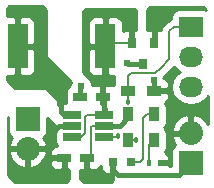
<source format=gtl>
G04 #@! TF.FileFunction,Copper,L1,Top,Signal*
%FSLAX46Y46*%
G04 Gerber Fmt 4.6, Leading zero omitted, Abs format (unit mm)*
G04 Created by KiCad (PCBNEW 4.0.4-stable) date 10/01/16 14:24:08*
%MOMM*%
%LPD*%
G01*
G04 APERTURE LIST*
%ADD10C,0.100000*%
%ADD11R,2.032000X2.032000*%
%ADD12O,2.032000X2.032000*%
%ADD13R,1.200000X0.750000*%
%ADD14R,0.797560X0.797560*%
%ADD15R,0.400000X0.600000*%
%ADD16R,1.700000X3.800000*%
%ADD17R,2.032000X1.727200*%
%ADD18O,2.032000X1.727200*%
%ADD19R,0.802000X0.972000*%
%ADD20R,0.900000X1.200000*%
%ADD21R,1.200000X0.900000*%
%ADD22R,1.560000X0.650000*%
%ADD23C,0.609000*%
%ADD24C,0.457000*%
%ADD25C,0.381000*%
%ADD26C,0.203000*%
%ADD27C,0.254000*%
G04 APERTURE END LIST*
D10*
D11*
X168650000Y-119550000D03*
D12*
X168650000Y-122090000D03*
D13*
X175000000Y-117650000D03*
X173100000Y-117650000D03*
X173650000Y-122850000D03*
X171750000Y-122850000D03*
D14*
X175850700Y-123200000D03*
X177349300Y-123200000D03*
D15*
X178900000Y-123250000D03*
X179800000Y-123250000D03*
D16*
X167800000Y-113400000D03*
X175200000Y-113400000D03*
D17*
X182450000Y-111750000D03*
D18*
X182450000Y-114290000D03*
X182450000Y-116830000D03*
D11*
X182450000Y-123300000D03*
D12*
X182450000Y-120760000D03*
D19*
X179350000Y-113100000D03*
X177450000Y-113100000D03*
X178400000Y-114870000D03*
D20*
X177150000Y-119100000D03*
X177150000Y-121300000D03*
D21*
X177150000Y-117150000D03*
X179350000Y-117150000D03*
D20*
X179324000Y-119169000D03*
X179324000Y-121369000D03*
D22*
X172400000Y-119200000D03*
X172400000Y-120150000D03*
X172400000Y-121100000D03*
X175100000Y-121100000D03*
X175100000Y-119200000D03*
X175100000Y-120150000D03*
D23*
X177038000Y-114808000D03*
X173175000Y-116750000D03*
X179375000Y-111650000D03*
X179350000Y-116250000D03*
D24*
X177150000Y-118095000D03*
X176276000Y-121031000D03*
X177825000Y-121300000D03*
D25*
X178400000Y-114870000D02*
X177100000Y-114870000D01*
X177100000Y-114870000D02*
X177038000Y-114808000D01*
X173100000Y-117650000D02*
X173100000Y-116825000D01*
X173100000Y-116825000D02*
X173175000Y-116750000D01*
X179350000Y-116250000D02*
X179350000Y-117150000D01*
X172400000Y-120150000D02*
X171300000Y-120150000D01*
X171300000Y-120150000D02*
X170625000Y-120825000D01*
X175100000Y-119200000D02*
X175100000Y-117750000D01*
X175100000Y-117750000D02*
X175000000Y-117650000D01*
D26*
X177450000Y-113100000D02*
X175500000Y-113100000D01*
X175500000Y-113100000D02*
X175200000Y-113400000D01*
X175000000Y-117650000D02*
X175000000Y-113600000D01*
X175000000Y-113600000D02*
X175200000Y-113400000D01*
X175100000Y-117750000D02*
X175000000Y-117650000D01*
X175100000Y-119200000D02*
X173662000Y-119200000D01*
X173482000Y-120777000D02*
X173159000Y-121100000D01*
X173482000Y-119380000D02*
X173482000Y-120777000D01*
X173662000Y-119200000D02*
X173482000Y-119380000D01*
X173159000Y-121100000D02*
X172400000Y-121100000D01*
D25*
X175100000Y-120150000D02*
X176425000Y-120150000D01*
X176425000Y-120150000D02*
X177150000Y-119425000D01*
X177150000Y-119425000D02*
X177150000Y-119100000D01*
X175850700Y-123200000D02*
X175850700Y-123907700D01*
X181417000Y-124333000D02*
X182450000Y-123300000D01*
X176276000Y-124333000D02*
X181417000Y-124333000D01*
X175850700Y-123907700D02*
X176276000Y-124333000D01*
D26*
X175100000Y-120150000D02*
X174109000Y-120150000D01*
X173990000Y-120269000D02*
X173990000Y-122510000D01*
X174109000Y-120150000D02*
X173990000Y-120269000D01*
X173990000Y-122510000D02*
X173650000Y-122850000D01*
X177349300Y-123200000D02*
X178171000Y-123200000D01*
X178773000Y-119169000D02*
X179324000Y-119169000D01*
X178435000Y-119507000D02*
X178773000Y-119169000D01*
X178435000Y-122936000D02*
X178435000Y-119507000D01*
X178171000Y-123200000D02*
X178435000Y-122936000D01*
X178900000Y-123250000D02*
X178900000Y-121793000D01*
X178900000Y-121793000D02*
X179324000Y-121369000D01*
D25*
X172400000Y-119200000D02*
X171700000Y-119200000D01*
X171700000Y-119200000D02*
X171475000Y-118975000D01*
X171475000Y-118975000D02*
X171475000Y-118050000D01*
D26*
X179900000Y-115225000D02*
X180625000Y-114500000D01*
X177150000Y-115950000D02*
X177425000Y-115675000D01*
X177425000Y-115675000D02*
X179450000Y-115675000D01*
X179450000Y-115675000D02*
X179900000Y-115225000D01*
X177150000Y-117150000D02*
X177150000Y-115950000D01*
X181000000Y-111750000D02*
X182450000Y-111750000D01*
X180625000Y-112125000D02*
X181000000Y-111750000D01*
X180625000Y-114500000D02*
X180625000Y-112125000D01*
X177150000Y-117150000D02*
X177150000Y-118095000D01*
X177150000Y-118095000D02*
X177165000Y-118110000D01*
X176276000Y-121031000D02*
X176207000Y-121100000D01*
X176207000Y-121100000D02*
X175100000Y-121100000D01*
X182440000Y-111760000D02*
X182450000Y-111750000D01*
X177825000Y-121300000D02*
X177150000Y-121300000D01*
D27*
G36*
X173777000Y-122723000D02*
X173797000Y-122723000D01*
X173797000Y-122977000D01*
X173777000Y-122977000D01*
X173777000Y-123701250D01*
X173935750Y-123860000D01*
X174376309Y-123860000D01*
X174609698Y-123763327D01*
X174788327Y-123584699D01*
X174816920Y-123515669D01*
X174816920Y-123725090D01*
X174913593Y-123958479D01*
X175092222Y-124137107D01*
X175325611Y-124233780D01*
X175564950Y-124233780D01*
X175723700Y-124075030D01*
X175723700Y-123327000D01*
X175703700Y-123327000D01*
X175703700Y-123073000D01*
X175723700Y-123073000D01*
X175723700Y-123053000D01*
X175873000Y-123053000D01*
X175873000Y-124722394D01*
X175705394Y-124890000D01*
X173394606Y-124890000D01*
X173102000Y-124597394D01*
X173102000Y-123860000D01*
X173364250Y-123860000D01*
X173523000Y-123701250D01*
X173523000Y-122977000D01*
X173503000Y-122977000D01*
X173503000Y-122723000D01*
X173523000Y-122723000D01*
X173523000Y-122703000D01*
X173777000Y-122703000D01*
X173777000Y-122723000D01*
X173777000Y-122723000D01*
G37*
X173777000Y-122723000D02*
X173797000Y-122723000D01*
X173797000Y-122977000D01*
X173777000Y-122977000D01*
X173777000Y-123701250D01*
X173935750Y-123860000D01*
X174376309Y-123860000D01*
X174609698Y-123763327D01*
X174788327Y-123584699D01*
X174816920Y-123515669D01*
X174816920Y-123725090D01*
X174913593Y-123958479D01*
X175092222Y-124137107D01*
X175325611Y-124233780D01*
X175564950Y-124233780D01*
X175723700Y-124075030D01*
X175723700Y-123327000D01*
X175703700Y-123327000D01*
X175703700Y-123073000D01*
X175723700Y-123073000D01*
X175723700Y-123053000D01*
X175873000Y-123053000D01*
X175873000Y-124722394D01*
X175705394Y-124890000D01*
X173394606Y-124890000D01*
X173102000Y-124597394D01*
X173102000Y-123860000D01*
X173364250Y-123860000D01*
X173523000Y-123701250D01*
X173523000Y-122977000D01*
X173503000Y-122977000D01*
X173503000Y-122723000D01*
X173523000Y-122723000D01*
X173523000Y-122703000D01*
X173777000Y-122703000D01*
X173777000Y-122723000D01*
G36*
X170198000Y-110327606D02*
X170198000Y-114300000D01*
X170208006Y-114349410D01*
X170235197Y-114389803D01*
X172286138Y-116440744D01*
X172235663Y-116562302D01*
X172235551Y-116690584D01*
X172048559Y-116810910D01*
X171903569Y-117023110D01*
X171852560Y-117275000D01*
X171852560Y-118025000D01*
X171893015Y-118240000D01*
X171493691Y-118240000D01*
X171260302Y-118336673D01*
X171227000Y-118369975D01*
X171227000Y-118025000D01*
X171216994Y-117975590D01*
X171189803Y-117935197D01*
X170239803Y-116985197D01*
X170197789Y-116957334D01*
X170150000Y-116948000D01*
X167527606Y-116948000D01*
X166852000Y-116272394D01*
X166852000Y-115935000D01*
X167514250Y-115935000D01*
X167673000Y-115776250D01*
X167673000Y-113527000D01*
X167927000Y-113527000D01*
X167927000Y-115776250D01*
X168085750Y-115935000D01*
X168776309Y-115935000D01*
X169009698Y-115838327D01*
X169188327Y-115659699D01*
X169285000Y-115426310D01*
X169285000Y-113685750D01*
X169126250Y-113527000D01*
X167927000Y-113527000D01*
X167673000Y-113527000D01*
X167653000Y-113527000D01*
X167653000Y-113273000D01*
X167673000Y-113273000D01*
X167673000Y-111023750D01*
X167927000Y-111023750D01*
X167927000Y-113273000D01*
X169126250Y-113273000D01*
X169285000Y-113114250D01*
X169285000Y-111373690D01*
X169188327Y-111140301D01*
X169009698Y-110961673D01*
X168776309Y-110865000D01*
X168085750Y-110865000D01*
X167927000Y-111023750D01*
X167673000Y-111023750D01*
X167514250Y-110865000D01*
X166852000Y-110865000D01*
X166852000Y-110202606D01*
X167052606Y-110002000D01*
X169872394Y-110002000D01*
X170198000Y-110327606D01*
X170198000Y-110327606D01*
G37*
X170198000Y-110327606D02*
X170198000Y-114300000D01*
X170208006Y-114349410D01*
X170235197Y-114389803D01*
X172286138Y-116440744D01*
X172235663Y-116562302D01*
X172235551Y-116690584D01*
X172048559Y-116810910D01*
X171903569Y-117023110D01*
X171852560Y-117275000D01*
X171852560Y-118025000D01*
X171893015Y-118240000D01*
X171493691Y-118240000D01*
X171260302Y-118336673D01*
X171227000Y-118369975D01*
X171227000Y-118025000D01*
X171216994Y-117975590D01*
X171189803Y-117935197D01*
X170239803Y-116985197D01*
X170197789Y-116957334D01*
X170150000Y-116948000D01*
X167527606Y-116948000D01*
X166852000Y-116272394D01*
X166852000Y-115935000D01*
X167514250Y-115935000D01*
X167673000Y-115776250D01*
X167673000Y-113527000D01*
X167927000Y-113527000D01*
X167927000Y-115776250D01*
X168085750Y-115935000D01*
X168776309Y-115935000D01*
X169009698Y-115838327D01*
X169188327Y-115659699D01*
X169285000Y-115426310D01*
X169285000Y-113685750D01*
X169126250Y-113527000D01*
X167927000Y-113527000D01*
X167673000Y-113527000D01*
X167653000Y-113527000D01*
X167653000Y-113273000D01*
X167673000Y-113273000D01*
X167673000Y-111023750D01*
X167927000Y-111023750D01*
X167927000Y-113273000D01*
X169126250Y-113273000D01*
X169285000Y-113114250D01*
X169285000Y-111373690D01*
X169188327Y-111140301D01*
X169009698Y-110961673D01*
X168776309Y-110865000D01*
X168085750Y-110865000D01*
X167927000Y-111023750D01*
X167673000Y-111023750D01*
X167514250Y-110865000D01*
X166852000Y-110865000D01*
X166852000Y-110202606D01*
X167052606Y-110002000D01*
X169872394Y-110002000D01*
X170198000Y-110327606D01*
G36*
X177773000Y-110302606D02*
X177773000Y-111979000D01*
X177735750Y-111979000D01*
X177577000Y-112137750D01*
X177577000Y-112973000D01*
X177597000Y-112973000D01*
X177597000Y-113227000D01*
X177577000Y-113227000D01*
X177577000Y-113247000D01*
X177323000Y-113247000D01*
X177323000Y-113227000D01*
X177303000Y-113227000D01*
X177303000Y-112973000D01*
X177323000Y-112973000D01*
X177323000Y-112137750D01*
X177164250Y-111979000D01*
X176922691Y-111979000D01*
X176689302Y-112075673D01*
X176685000Y-112079975D01*
X176685000Y-111373690D01*
X176588327Y-111140301D01*
X176409698Y-110961673D01*
X176176309Y-110865000D01*
X175485750Y-110865000D01*
X175327000Y-111023750D01*
X175327000Y-113273000D01*
X175347000Y-113273000D01*
X175347000Y-113527000D01*
X175327000Y-113527000D01*
X175327000Y-115776250D01*
X175485750Y-115935000D01*
X175973000Y-115935000D01*
X175973000Y-116419672D01*
X175953569Y-116448110D01*
X175902560Y-116700000D01*
X175902560Y-116713006D01*
X175726309Y-116640000D01*
X175285750Y-116640000D01*
X175127000Y-116798750D01*
X175127000Y-117523000D01*
X175147000Y-117523000D01*
X175147000Y-117777000D01*
X175127000Y-117777000D01*
X175127000Y-118501250D01*
X175227000Y-118601250D01*
X175227000Y-119073000D01*
X175247000Y-119073000D01*
X175247000Y-119177560D01*
X174953000Y-119177560D01*
X174953000Y-119073000D01*
X174973000Y-119073000D01*
X174973000Y-118398750D01*
X174873000Y-118298750D01*
X174873000Y-117777000D01*
X174853000Y-117777000D01*
X174853000Y-117523000D01*
X174873000Y-117523000D01*
X174873000Y-116798750D01*
X174714250Y-116640000D01*
X174273691Y-116640000D01*
X174114539Y-116705923D01*
X174114663Y-116563942D01*
X173971934Y-116218511D01*
X173942132Y-116188657D01*
X173939803Y-116185197D01*
X173352000Y-115597394D01*
X173352000Y-113685750D01*
X173715000Y-113685750D01*
X173715000Y-115426310D01*
X173811673Y-115659699D01*
X173990302Y-115838327D01*
X174223691Y-115935000D01*
X174914250Y-115935000D01*
X175073000Y-115776250D01*
X175073000Y-113527000D01*
X173873750Y-113527000D01*
X173715000Y-113685750D01*
X173352000Y-113685750D01*
X173352000Y-111373690D01*
X173715000Y-111373690D01*
X173715000Y-113114250D01*
X173873750Y-113273000D01*
X175073000Y-113273000D01*
X175073000Y-111023750D01*
X174914250Y-110865000D01*
X174223691Y-110865000D01*
X173990302Y-110961673D01*
X173811673Y-111140301D01*
X173715000Y-111373690D01*
X173352000Y-111373690D01*
X173352000Y-110427606D01*
X173577606Y-110202000D01*
X177672394Y-110202000D01*
X177773000Y-110302606D01*
X177773000Y-110302606D01*
G37*
X177773000Y-110302606D02*
X177773000Y-111979000D01*
X177735750Y-111979000D01*
X177577000Y-112137750D01*
X177577000Y-112973000D01*
X177597000Y-112973000D01*
X177597000Y-113227000D01*
X177577000Y-113227000D01*
X177577000Y-113247000D01*
X177323000Y-113247000D01*
X177323000Y-113227000D01*
X177303000Y-113227000D01*
X177303000Y-112973000D01*
X177323000Y-112973000D01*
X177323000Y-112137750D01*
X177164250Y-111979000D01*
X176922691Y-111979000D01*
X176689302Y-112075673D01*
X176685000Y-112079975D01*
X176685000Y-111373690D01*
X176588327Y-111140301D01*
X176409698Y-110961673D01*
X176176309Y-110865000D01*
X175485750Y-110865000D01*
X175327000Y-111023750D01*
X175327000Y-113273000D01*
X175347000Y-113273000D01*
X175347000Y-113527000D01*
X175327000Y-113527000D01*
X175327000Y-115776250D01*
X175485750Y-115935000D01*
X175973000Y-115935000D01*
X175973000Y-116419672D01*
X175953569Y-116448110D01*
X175902560Y-116700000D01*
X175902560Y-116713006D01*
X175726309Y-116640000D01*
X175285750Y-116640000D01*
X175127000Y-116798750D01*
X175127000Y-117523000D01*
X175147000Y-117523000D01*
X175147000Y-117777000D01*
X175127000Y-117777000D01*
X175127000Y-118501250D01*
X175227000Y-118601250D01*
X175227000Y-119073000D01*
X175247000Y-119073000D01*
X175247000Y-119177560D01*
X174953000Y-119177560D01*
X174953000Y-119073000D01*
X174973000Y-119073000D01*
X174973000Y-118398750D01*
X174873000Y-118298750D01*
X174873000Y-117777000D01*
X174853000Y-117777000D01*
X174853000Y-117523000D01*
X174873000Y-117523000D01*
X174873000Y-116798750D01*
X174714250Y-116640000D01*
X174273691Y-116640000D01*
X174114539Y-116705923D01*
X174114663Y-116563942D01*
X173971934Y-116218511D01*
X173942132Y-116188657D01*
X173939803Y-116185197D01*
X173352000Y-115597394D01*
X173352000Y-113685750D01*
X173715000Y-113685750D01*
X173715000Y-115426310D01*
X173811673Y-115659699D01*
X173990302Y-115838327D01*
X174223691Y-115935000D01*
X174914250Y-115935000D01*
X175073000Y-115776250D01*
X175073000Y-113527000D01*
X173873750Y-113527000D01*
X173715000Y-113685750D01*
X173352000Y-113685750D01*
X173352000Y-111373690D01*
X173715000Y-111373690D01*
X173715000Y-113114250D01*
X173873750Y-113273000D01*
X175073000Y-113273000D01*
X175073000Y-111023750D01*
X174914250Y-110865000D01*
X174223691Y-110865000D01*
X173990302Y-110961673D01*
X173811673Y-111140301D01*
X173715000Y-111373690D01*
X173352000Y-111373690D01*
X173352000Y-110427606D01*
X173577606Y-110202000D01*
X177672394Y-110202000D01*
X177773000Y-110302606D01*
G36*
X166986560Y-120566000D02*
X167030838Y-120801317D01*
X167169910Y-121017441D01*
X167332948Y-121128840D01*
X167243615Y-121225182D01*
X167044025Y-121707056D01*
X167163164Y-121963000D01*
X168523000Y-121963000D01*
X168523000Y-121943000D01*
X168777000Y-121943000D01*
X168777000Y-121963000D01*
X170136836Y-121963000D01*
X170255975Y-121707056D01*
X170056385Y-121225182D01*
X169965903Y-121127602D01*
X170117441Y-121030090D01*
X170262431Y-120817890D01*
X170313440Y-120566000D01*
X170313440Y-119468046D01*
X171110197Y-120264803D01*
X171137704Y-120283046D01*
X170985000Y-120435750D01*
X170985000Y-120601310D01*
X171000268Y-120638171D01*
X170972560Y-120775000D01*
X170972560Y-121425000D01*
X171016838Y-121660317D01*
X171132461Y-121840000D01*
X171023691Y-121840000D01*
X170790302Y-121936673D01*
X170611673Y-122115301D01*
X170515000Y-122348690D01*
X170515000Y-122564250D01*
X170673750Y-122723000D01*
X171623000Y-122723000D01*
X171623000Y-122703000D01*
X171877000Y-122703000D01*
X171877000Y-122723000D01*
X171897000Y-122723000D01*
X171897000Y-122977000D01*
X171877000Y-122977000D01*
X171877000Y-123701250D01*
X172035750Y-123860000D01*
X172173000Y-123860000D01*
X172173000Y-124622394D01*
X171905394Y-124890000D01*
X167544606Y-124890000D01*
X166977000Y-124322394D01*
X166977000Y-122472944D01*
X167044025Y-122472944D01*
X167243615Y-122954818D01*
X167681621Y-123427188D01*
X168267054Y-123695983D01*
X168523000Y-123577367D01*
X168523000Y-122217000D01*
X168777000Y-122217000D01*
X168777000Y-123577367D01*
X169032946Y-123695983D01*
X169618379Y-123427188D01*
X169888615Y-123135750D01*
X170515000Y-123135750D01*
X170515000Y-123351310D01*
X170611673Y-123584699D01*
X170790302Y-123763327D01*
X171023691Y-123860000D01*
X171464250Y-123860000D01*
X171623000Y-123701250D01*
X171623000Y-122977000D01*
X170673750Y-122977000D01*
X170515000Y-123135750D01*
X169888615Y-123135750D01*
X170056385Y-122954818D01*
X170255975Y-122472944D01*
X170136836Y-122217000D01*
X168777000Y-122217000D01*
X168523000Y-122217000D01*
X167163164Y-122217000D01*
X167044025Y-122472944D01*
X166977000Y-122472944D01*
X166977000Y-119377606D01*
X166986560Y-119368046D01*
X166986560Y-120566000D01*
X166986560Y-120566000D01*
G37*
X166986560Y-120566000D02*
X167030838Y-120801317D01*
X167169910Y-121017441D01*
X167332948Y-121128840D01*
X167243615Y-121225182D01*
X167044025Y-121707056D01*
X167163164Y-121963000D01*
X168523000Y-121963000D01*
X168523000Y-121943000D01*
X168777000Y-121943000D01*
X168777000Y-121963000D01*
X170136836Y-121963000D01*
X170255975Y-121707056D01*
X170056385Y-121225182D01*
X169965903Y-121127602D01*
X170117441Y-121030090D01*
X170262431Y-120817890D01*
X170313440Y-120566000D01*
X170313440Y-119468046D01*
X171110197Y-120264803D01*
X171137704Y-120283046D01*
X170985000Y-120435750D01*
X170985000Y-120601310D01*
X171000268Y-120638171D01*
X170972560Y-120775000D01*
X170972560Y-121425000D01*
X171016838Y-121660317D01*
X171132461Y-121840000D01*
X171023691Y-121840000D01*
X170790302Y-121936673D01*
X170611673Y-122115301D01*
X170515000Y-122348690D01*
X170515000Y-122564250D01*
X170673750Y-122723000D01*
X171623000Y-122723000D01*
X171623000Y-122703000D01*
X171877000Y-122703000D01*
X171877000Y-122723000D01*
X171897000Y-122723000D01*
X171897000Y-122977000D01*
X171877000Y-122977000D01*
X171877000Y-123701250D01*
X172035750Y-123860000D01*
X172173000Y-123860000D01*
X172173000Y-124622394D01*
X171905394Y-124890000D01*
X167544606Y-124890000D01*
X166977000Y-124322394D01*
X166977000Y-122472944D01*
X167044025Y-122472944D01*
X167243615Y-122954818D01*
X167681621Y-123427188D01*
X168267054Y-123695983D01*
X168523000Y-123577367D01*
X168523000Y-122217000D01*
X168777000Y-122217000D01*
X168777000Y-123577367D01*
X169032946Y-123695983D01*
X169618379Y-123427188D01*
X169888615Y-123135750D01*
X170515000Y-123135750D01*
X170515000Y-123351310D01*
X170611673Y-123584699D01*
X170790302Y-123763327D01*
X171023691Y-123860000D01*
X171464250Y-123860000D01*
X171623000Y-123701250D01*
X171623000Y-122977000D01*
X170673750Y-122977000D01*
X170515000Y-123135750D01*
X169888615Y-123135750D01*
X170056385Y-122954818D01*
X170255975Y-122472944D01*
X170136836Y-122217000D01*
X168777000Y-122217000D01*
X168523000Y-122217000D01*
X167163164Y-122217000D01*
X167044025Y-122472944D01*
X166977000Y-122472944D01*
X166977000Y-119377606D01*
X166986560Y-119368046D01*
X166986560Y-120566000D01*
G36*
X181205585Y-115349670D02*
X181520366Y-115560000D01*
X181205585Y-115770330D01*
X180880729Y-116256511D01*
X180766655Y-116830000D01*
X180880729Y-117403489D01*
X181205585Y-117889670D01*
X181691766Y-118214526D01*
X182265255Y-118328600D01*
X182634745Y-118328600D01*
X183208234Y-118214526D01*
X183694415Y-117889670D01*
X183873000Y-117622399D01*
X183873000Y-119935296D01*
X183856385Y-119895182D01*
X183418379Y-119422812D01*
X182832946Y-119154017D01*
X182577000Y-119272633D01*
X182577000Y-120633000D01*
X182597000Y-120633000D01*
X182597000Y-120887000D01*
X182577000Y-120887000D01*
X182577000Y-120907000D01*
X182323000Y-120907000D01*
X182323000Y-120887000D01*
X180963164Y-120887000D01*
X180844025Y-121142944D01*
X181043615Y-121624818D01*
X181134097Y-121722398D01*
X180982559Y-121819910D01*
X180837569Y-122032110D01*
X180786560Y-122284000D01*
X180786560Y-123507500D01*
X180606750Y-123507500D01*
X180476250Y-123377000D01*
X179900000Y-123377000D01*
X179900000Y-123397000D01*
X179747440Y-123397000D01*
X179747440Y-123103000D01*
X179900000Y-123103000D01*
X179900000Y-123123000D01*
X180476250Y-123123000D01*
X180635000Y-122964250D01*
X180635000Y-122823690D01*
X180538327Y-122590301D01*
X180359698Y-122411673D01*
X180266462Y-122373053D01*
X180370431Y-122220890D01*
X180421440Y-121969000D01*
X180421440Y-120769000D01*
X180377162Y-120533683D01*
X180276376Y-120377056D01*
X180844025Y-120377056D01*
X180963164Y-120633000D01*
X182323000Y-120633000D01*
X182323000Y-119272633D01*
X182067054Y-119154017D01*
X181481621Y-119422812D01*
X181043615Y-119895182D01*
X180844025Y-120377056D01*
X180276376Y-120377056D01*
X180238090Y-120317559D01*
X180168289Y-120269866D01*
X180225441Y-120233090D01*
X180370431Y-120020890D01*
X180421440Y-119769000D01*
X180421440Y-118569000D01*
X180377162Y-118333683D01*
X180263711Y-118157375D01*
X180309698Y-118138327D01*
X180488327Y-117959699D01*
X180585000Y-117726310D01*
X180585000Y-117435750D01*
X180426250Y-117277000D01*
X179477000Y-117277000D01*
X179477000Y-117297000D01*
X179223000Y-117297000D01*
X179223000Y-117277000D01*
X179203000Y-117277000D01*
X179203000Y-117023000D01*
X179223000Y-117023000D01*
X179223000Y-117003000D01*
X179477000Y-117003000D01*
X179477000Y-117023000D01*
X180426250Y-117023000D01*
X180585000Y-116864250D01*
X180585000Y-116573690D01*
X180488327Y-116340301D01*
X180309698Y-116161673D01*
X180094170Y-116072398D01*
X181049899Y-115116669D01*
X181205585Y-115349670D01*
X181205585Y-115349670D01*
G37*
X181205585Y-115349670D02*
X181520366Y-115560000D01*
X181205585Y-115770330D01*
X180880729Y-116256511D01*
X180766655Y-116830000D01*
X180880729Y-117403489D01*
X181205585Y-117889670D01*
X181691766Y-118214526D01*
X182265255Y-118328600D01*
X182634745Y-118328600D01*
X183208234Y-118214526D01*
X183694415Y-117889670D01*
X183873000Y-117622399D01*
X183873000Y-119935296D01*
X183856385Y-119895182D01*
X183418379Y-119422812D01*
X182832946Y-119154017D01*
X182577000Y-119272633D01*
X182577000Y-120633000D01*
X182597000Y-120633000D01*
X182597000Y-120887000D01*
X182577000Y-120887000D01*
X182577000Y-120907000D01*
X182323000Y-120907000D01*
X182323000Y-120887000D01*
X180963164Y-120887000D01*
X180844025Y-121142944D01*
X181043615Y-121624818D01*
X181134097Y-121722398D01*
X180982559Y-121819910D01*
X180837569Y-122032110D01*
X180786560Y-122284000D01*
X180786560Y-123507500D01*
X180606750Y-123507500D01*
X180476250Y-123377000D01*
X179900000Y-123377000D01*
X179900000Y-123397000D01*
X179747440Y-123397000D01*
X179747440Y-123103000D01*
X179900000Y-123103000D01*
X179900000Y-123123000D01*
X180476250Y-123123000D01*
X180635000Y-122964250D01*
X180635000Y-122823690D01*
X180538327Y-122590301D01*
X180359698Y-122411673D01*
X180266462Y-122373053D01*
X180370431Y-122220890D01*
X180421440Y-121969000D01*
X180421440Y-120769000D01*
X180377162Y-120533683D01*
X180276376Y-120377056D01*
X180844025Y-120377056D01*
X180963164Y-120633000D01*
X182323000Y-120633000D01*
X182323000Y-119272633D01*
X182067054Y-119154017D01*
X181481621Y-119422812D01*
X181043615Y-119895182D01*
X180844025Y-120377056D01*
X180276376Y-120377056D01*
X180238090Y-120317559D01*
X180168289Y-120269866D01*
X180225441Y-120233090D01*
X180370431Y-120020890D01*
X180421440Y-119769000D01*
X180421440Y-118569000D01*
X180377162Y-118333683D01*
X180263711Y-118157375D01*
X180309698Y-118138327D01*
X180488327Y-117959699D01*
X180585000Y-117726310D01*
X180585000Y-117435750D01*
X180426250Y-117277000D01*
X179477000Y-117277000D01*
X179477000Y-117297000D01*
X179223000Y-117297000D01*
X179223000Y-117277000D01*
X179203000Y-117277000D01*
X179203000Y-117023000D01*
X179223000Y-117023000D01*
X179223000Y-117003000D01*
X179477000Y-117003000D01*
X179477000Y-117023000D01*
X180426250Y-117023000D01*
X180585000Y-116864250D01*
X180585000Y-116573690D01*
X180488327Y-116340301D01*
X180309698Y-116161673D01*
X180094170Y-116072398D01*
X181049899Y-115116669D01*
X181205585Y-115349670D01*
G36*
X183708452Y-110288058D02*
X183466000Y-110238960D01*
X181434000Y-110238960D01*
X181198683Y-110283238D01*
X180982559Y-110422310D01*
X180837569Y-110634510D01*
X180786560Y-110886400D01*
X180786560Y-111055956D01*
X180718154Y-111069563D01*
X180479216Y-111229216D01*
X180104216Y-111604216D01*
X179944563Y-111843154D01*
X179914479Y-111994396D01*
X179877309Y-111979000D01*
X179635750Y-111979000D01*
X179477000Y-112137750D01*
X179477000Y-112973000D01*
X179497000Y-112973000D01*
X179497000Y-113227000D01*
X179477000Y-113227000D01*
X179477000Y-113247000D01*
X179223000Y-113247000D01*
X179223000Y-113227000D01*
X179203000Y-113227000D01*
X179203000Y-112973000D01*
X179223000Y-112973000D01*
X179223000Y-112137750D01*
X179064250Y-111979000D01*
X178822691Y-111979000D01*
X178752000Y-112008281D01*
X178752000Y-110302606D01*
X179002606Y-110052000D01*
X183472394Y-110052000D01*
X183708452Y-110288058D01*
X183708452Y-110288058D01*
G37*
X183708452Y-110288058D02*
X183466000Y-110238960D01*
X181434000Y-110238960D01*
X181198683Y-110283238D01*
X180982559Y-110422310D01*
X180837569Y-110634510D01*
X180786560Y-110886400D01*
X180786560Y-111055956D01*
X180718154Y-111069563D01*
X180479216Y-111229216D01*
X180104216Y-111604216D01*
X179944563Y-111843154D01*
X179914479Y-111994396D01*
X179877309Y-111979000D01*
X179635750Y-111979000D01*
X179477000Y-112137750D01*
X179477000Y-112973000D01*
X179497000Y-112973000D01*
X179497000Y-113227000D01*
X179477000Y-113227000D01*
X179477000Y-113247000D01*
X179223000Y-113247000D01*
X179223000Y-113227000D01*
X179203000Y-113227000D01*
X179203000Y-112973000D01*
X179223000Y-112973000D01*
X179223000Y-112137750D01*
X179064250Y-111979000D01*
X178822691Y-111979000D01*
X178752000Y-112008281D01*
X178752000Y-110302606D01*
X179002606Y-110052000D01*
X183472394Y-110052000D01*
X183708452Y-110288058D01*
M02*

</source>
